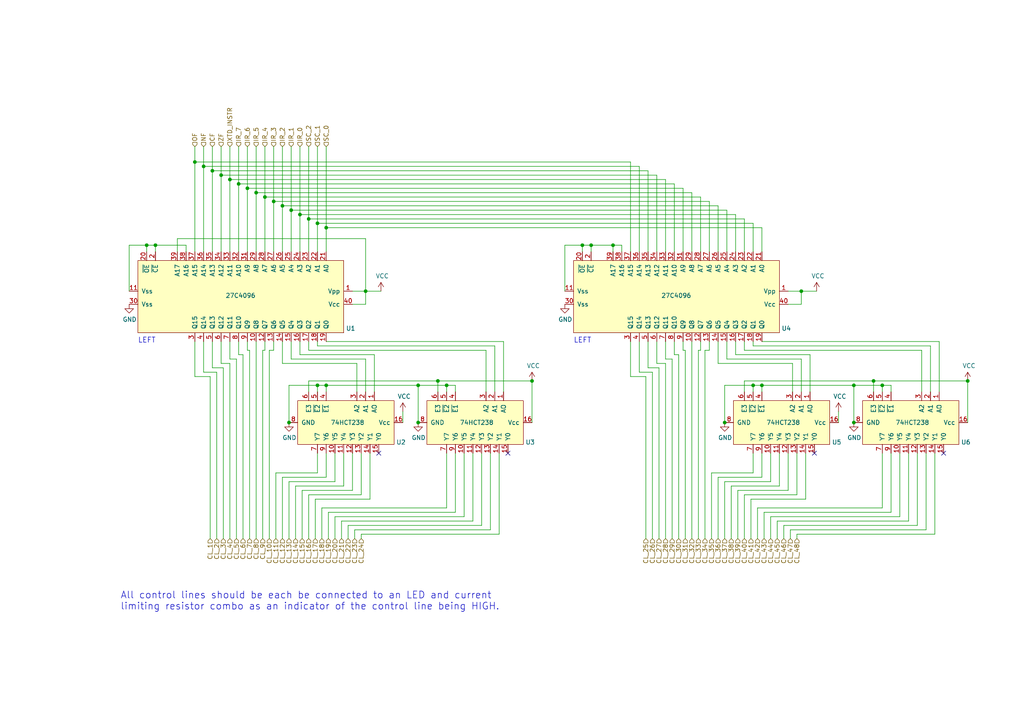
<source format=kicad_sch>
(kicad_sch (version 20211123) (generator eeschema)
  (paper "A4")
  (title_block (title "Control Logic"))
  (lib_symbols
    (symbol "common-symbols:27C4096" (pin_names (offset 1.016))
      (property "Reference" "U" (at 10.795 -10.16 0))
      (property "Value" "27C4096" (at 10.795 -7.62 0))
      (symbol "27C4096_0_0"
        (pin power_in line (at 8.89 2.54 270) (length 2.54) (name "Vpp") (number "1"))
        (pin output line (at 23.495 -25.4 180) (length 2.54) (name "Q8") (number "10"))
        (pin power_in line (at 8.89 -62.23 90) (length 2.54) (name "Vss") (number "11"))
        (pin output line (at 23.495 -22.86 180) (length 2.54) (name "Q7") (number "12"))
        (pin output line (at 23.495 -20.32 180) (length 2.54) (name "Q6") (number "13"))
        (pin output line (at 23.495 -17.78 180) (length 2.54) (name "Q5") (number "14"))
        (pin output line (at 23.495 -15.24 180) (length 2.54) (name "Q4") (number "15"))
        (pin output line (at 23.495 -12.7 180) (length 2.54) (name "Q3") (number "16"))
        (pin output line (at 23.495 -10.16 180) (length 2.54) (name "Q2") (number "17"))
        (pin output line (at 23.495 -7.62 180) (length 2.54) (name "Q1") (number "18"))
        (pin output line (at 23.495 -5.08 180) (length 2.54) (name "Q0") (number "19"))
        (pin input line (at -2.54 -54.61 0) (length 2.54) (name "~{CE}") (number "2"))
        (pin input line (at -2.54 -57.15 0) (length 2.54) (name "~{OE}") (number "20"))
        (pin input line (at -2.54 -5.08 0) (length 2.54) (name "A0") (number "21"))
        (pin input line (at -2.54 -7.62 0) (length 2.54) (name "A1") (number "22"))
        (pin input line (at -2.54 -10.16 0) (length 2.54) (name "A2") (number "23"))
        (pin input line (at -2.54 -12.7 0) (length 2.54) (name "A3") (number "24"))
        (pin input line (at -2.54 -15.24 0) (length 2.54) (name "A4") (number "25"))
        (pin input line (at -2.54 -17.78 0) (length 2.54) (name "A5") (number "26"))
        (pin input line (at -2.54 -20.32 0) (length 2.54) (name "A6") (number "27"))
        (pin input line (at -2.54 -22.86 0) (length 2.54) (name "A7") (number "28"))
        (pin input line (at -2.54 -25.4 0) (length 2.54) (name "A8") (number "29"))
        (pin output line (at 23.495 -43.18 180) (length 2.54) (name "Q15") (number "3"))
        (pin power_in line (at 12.7 -62.23 90) (length 2.54) (name "Vss") (number "30"))
        (pin input line (at -2.54 -27.94 0) (length 2.54) (name "A9") (number "31"))
        (pin input line (at -2.54 -30.48 0) (length 2.54) (name "A10") (number "32"))
        (pin input line (at -2.54 -33.02 0) (length 2.54) (name "A11") (number "33"))
        (pin input line (at -2.54 -35.56 0) (length 2.54) (name "A12") (number "34"))
        (pin input line (at -2.54 -38.1 0) (length 2.54) (name "A13") (number "35"))
        (pin input line (at -2.54 -40.64 0) (length 2.54) (name "A14") (number "36"))
        (pin input line (at -2.54 -43.18 0) (length 2.54) (name "A15") (number "37"))
        (pin input line (at -2.54 -45.72 0) (length 2.54) (name "A16") (number "38"))
        (pin input line (at -2.54 -48.26 0) (length 2.54) (name "A17") (number "39"))
        (pin output line (at 23.495 -40.64 180) (length 2.54) (name "Q14") (number "4"))
        (pin power_in line (at 12.7 2.54 270) (length 2.54) (name "Vcc") (number "40"))
        (pin output line (at 23.495 -38.1 180) (length 2.54) (name "Q13") (number "5"))
        (pin output line (at 23.495 -35.56 180) (length 2.54) (name "Q12") (number "6"))
        (pin output line (at 23.495 -33.02 180) (length 2.54) (name "Q11") (number "7"))
        (pin output line (at 23.495 -30.48 180) (length 2.54) (name "Q10") (number "8"))
        (pin output line (at 23.495 -27.94 180) (length 2.54) (name "Q9") (number "9"))
      )
      (symbol "27C4096_0_1"
        (rectangle (start 0 0) (end 20.955 -59.69) (fill (type background)))
      )
    )
    (symbol "common-symbols:74HCT238" (pin_names (offset 1.016))
      (property "Reference" "U" (at 15.875 31.115 0))
      (property "Value" "74HCT238" (at 0 0 90))
      (symbol "74HCT238_0_0"
        (pin input line (at -8.89 7.62 0) (length 2.54) (name "AO") (number "1"))
        (pin output line (at 8.89 -3.81 180) (length 2.54) (name "Y5") (number "10"))
        (pin output line (at 8.89 -1.27 180) (length 2.54) (name "Y4") (number "11"))
        (pin output line (at 8.89 1.27 180) (length 2.54) (name "Y3") (number "12"))
        (pin output line (at 8.89 3.81 180) (length 2.54) (name "Y2") (number "13"))
        (pin output line (at 8.89 6.35 180) (length 2.54) (name "Y1") (number "14"))
        (pin output line (at 8.89 8.89 180) (length 2.54) (name "Y0") (number "15"))
        (pin power_in line (at 0 15.875 270) (length 2.54) (name "Vcc") (number "16"))
        (pin input line (at -8.89 5.08 0) (length 2.54) (name "A1") (number "2"))
        (pin input line (at -8.89 2.54 0) (length 2.54) (name "A2") (number "3"))
        (pin input line (at -8.89 -6.35 0) (length 2.54) (name "~{E1}") (number "4"))
        (pin input line (at -8.89 -8.89 0) (length 2.54) (name "~{E2}") (number "5"))
        (pin input line (at -8.89 -11.43 0) (length 2.54) (name "E3") (number "6"))
        (pin output line (at 8.89 -8.89 180) (length 2.54) (name "Y7") (number "7"))
        (pin power_in line (at 0 -17.145 90) (length 2.54) (name "GND") (number "8"))
        (pin output line (at 8.89 -6.35 180) (length 2.54) (name "Y6") (number "9"))
      )
      (symbol "74HCT238_0_1"
        (rectangle (start 6.35 -14.605) (end -6.35 13.335) (fill (type background)))
      )
    )
    (symbol "power:GND" (power) (pin_names (offset 0))
      (property "Value" "GND" (at 0 -3.81 0))
      (symbol "GND_0_1"
        (polyline (pts (xy 0 0) (xy 0 -1.27) (xy 1.27 -1.27) (xy 0 -2.54) (xy -1.27 -1.27) (xy 0 -1.27)))
      )
      (symbol "GND_1_1"
        (pin power_in line (at 0 0 270) (length 0) hide (name "GND") (number "1"))
      )
    )
    (symbol "power:VCC" (power) (pin_names (offset 0))
      (property "Value" "VCC" (at 0 3.81 0))
      (symbol "VCC_0_1"
        (polyline (pts (xy -0.762 1.27) (xy 0 2.54)))
        (polyline (pts (xy 0 0) (xy 0 2.54)))
        (polyline (pts (xy 0 2.54) (xy 0.762 1.27)))
      )
      (symbol "VCC_1_1"
        (pin power_in line (at 0 0 90) (length 0) hide (name "VCC") (number "1"))
      )
    )
  )
  (junction (at 84.455 60.96))
  (junction (at 255.905 111.76))
  (junction (at 86.995 62.23))
  (junction (at 129.54 111.76))
  (junction (at 92.075 111.76))
  (junction (at 42.545 71.12))
  (junction (at 83.82 122.555))
  (junction (at 210.185 122.555))
  (junction (at 121.285 122.555))
  (junction (at 64.135 50.8))
  (junction (at 92.075 64.77))
  (junction (at 154.305 110.49))
  (junction (at 94.615 111.76))
  (junction (at 76.835 57.15))
  (junction (at 253.365 110.49))
  (junction (at 89.535 63.5))
  (junction (at 247.65 111.76))
  (junction (at 121.285 111.76))
  (junction (at 74.295 55.88))
  (junction (at 66.675 52.07))
  (junction (at 168.91 71.12))
  (junction (at 232.41 84.455))
  (junction (at 177.8 71.12))
  (junction (at 220.98 111.76))
  (junction (at 61.595 49.53))
  (junction (at 56.515 46.99))
  (junction (at 71.755 54.61))
  (junction (at 59.055 48.26))
  (junction (at 127 110.49))
  (junction (at 171.45 71.12))
  (junction (at 45.085 71.12))
  (junction (at 79.375 58.42))
  (junction (at 280.67 110.49))
  (junction (at 106.045 84.455))
  (junction (at 69.215 53.34))
  (junction (at 81.915 59.69))
  (junction (at 94.615 66.04))
  (junction (at 218.44 111.76))
  (junction (at 247.65 122.555))
  (no_connect (at 273.685 131.445))
  (no_connect (at 109.855 131.445))
  (no_connect (at 236.22 131.445))
  (no_connect (at 147.32 131.445))
  (wire (pts (xy 127 113.665) (xy 127 110.49)))
  (wire (pts (xy 203.2 99.06) (xy 203.2 101.6)))
  (wire (pts (xy 85.725 140.97) (xy 85.725 156.21)))
  (wire (pts (xy 68.58 104.14) (xy 68.58 156.21)))
  (wire (pts (xy 187.325 109.22) (xy 187.325 156.21)))
  (wire (pts (xy 180.34 71.12) (xy 180.34 73.025)))
  (wire (pts (xy 258.445 131.445) (xy 258.445 148.59)))
  (wire (pts (xy 204.47 101.6) (xy 204.47 156.21)))
  (wire (pts (xy 94.615 42.545) (xy 94.615 66.04)))
  (wire (pts (xy 129.54 113.665) (xy 129.54 111.76)))
  (wire (pts (xy 79.375 73.025) (xy 79.375 58.42)))
  (wire (pts (xy 190.5 73.025) (xy 190.5 50.8)))
  (wire (pts (xy 84.455 42.545) (xy 84.455 60.96)))
  (wire (pts (xy 94.615 111.76) (xy 92.075 111.76)))
  (wire (pts (xy 220.98 131.445) (xy 220.98 138.43)))
  (wire (pts (xy 137.16 131.445) (xy 137.16 151.13)))
  (wire (pts (xy 56.515 99.06) (xy 56.515 109.22)))
  (wire (pts (xy 59.055 107.95) (xy 62.865 107.95)))
  (wire (pts (xy 185.42 99.06) (xy 185.42 107.95)))
  (wire (pts (xy 268.605 131.445) (xy 268.605 153.67)))
  (wire (pts (xy 89.535 101.6) (xy 140.97 101.6)))
  (wire (pts (xy 146.05 99.06) (xy 146.05 113.665)))
  (wire (pts (xy 104.775 131.445) (xy 104.775 143.51)))
  (wire (pts (xy 95.25 148.59) (xy 95.25 156.21)))
  (wire (pts (xy 99.06 151.13) (xy 137.16 151.13)))
  (wire (pts (xy 51.435 69.215) (xy 51.435 73.025)))
  (wire (pts (xy 129.54 131.445) (xy 129.54 147.32)))
  (wire (pts (xy 92.075 111.76) (xy 92.075 113.665)))
  (wire (pts (xy 95.25 148.59) (xy 132.08 148.59)))
  (wire (pts (xy 182.88 99.06) (xy 182.88 109.22)))
  (wire (pts (xy 210.185 111.76) (xy 210.185 122.555)))
  (wire (pts (xy 168.91 71.12) (xy 168.91 73.025)))
  (wire (pts (xy 227.33 152.4) (xy 266.065 152.4)))
  (wire (pts (xy 87.63 142.24) (xy 87.63 156.21)))
  (wire (pts (xy 195.58 99.06) (xy 195.58 102.87)))
  (wire (pts (xy 42.545 71.12) (xy 45.085 71.12)))
  (wire (pts (xy 81.915 73.025) (xy 81.915 59.69)))
  (wire (pts (xy 97.155 149.86) (xy 97.155 156.21)))
  (wire (pts (xy 104.775 154.94) (xy 144.78 154.94)))
  (wire (pts (xy 103.505 105.41) (xy 103.505 113.665)))
  (wire (pts (xy 212.09 140.97) (xy 226.06 140.97)))
  (wire (pts (xy 215.9 73.025) (xy 215.9 63.5)))
  (wire (pts (xy 106.045 69.215) (xy 106.045 84.455)))
  (wire (pts (xy 263.525 131.445) (xy 263.525 151.13)))
  (wire (pts (xy 232.41 84.455) (xy 232.41 88.265)))
  (wire (pts (xy 92.075 42.545) (xy 92.075 64.77)))
  (wire (pts (xy 163.83 71.12) (xy 163.83 84.455)))
  (wire (pts (xy 215.9 143.51) (xy 215.9 156.21)))
  (wire (pts (xy 225.425 151.13) (xy 263.525 151.13)))
  (wire (pts (xy 106.045 84.455) (xy 110.49 84.455)))
  (wire (pts (xy 202.565 101.6) (xy 202.565 156.21)))
  (wire (pts (xy 255.905 113.665) (xy 255.905 111.76)))
  (wire (pts (xy 76.835 99.06) (xy 76.835 101.6)))
  (wire (pts (xy 37.465 71.12) (xy 42.545 71.12)))
  (wire (pts (xy 84.455 99.06) (xy 84.455 104.14)))
  (wire (pts (xy 74.295 73.025) (xy 74.295 55.88)))
  (wire (pts (xy 89.535 110.49) (xy 89.535 113.665)))
  (wire (pts (xy 106.045 84.455) (xy 106.045 88.265)))
  (wire (pts (xy 218.44 100.33) (xy 269.875 100.33)))
  (wire (pts (xy 83.82 139.7) (xy 97.155 139.7)))
  (wire (pts (xy 97.155 131.445) (xy 97.155 139.7)))
  (wire (pts (xy 243.205 122.555) (xy 243.205 119.38)))
  (wire (pts (xy 177.8 73.025) (xy 177.8 71.12)))
  (wire (pts (xy 267.335 101.6) (xy 267.335 113.665)))
  (wire (pts (xy 226.06 131.445) (xy 226.06 140.97)))
  (wire (pts (xy 71.755 99.06) (xy 71.755 101.6)))
  (wire (pts (xy 81.915 138.43) (xy 94.615 138.43)))
  (wire (pts (xy 89.535 42.545) (xy 89.535 63.5)))
  (wire (pts (xy 232.41 88.265) (xy 228.6 88.265)))
  (wire (pts (xy 255.905 111.76) (xy 247.65 111.76)))
  (wire (pts (xy 225.425 151.13) (xy 225.425 156.21)))
  (wire (pts (xy 64.135 99.06) (xy 64.135 105.41)))
  (wire (pts (xy 208.28 138.43) (xy 220.98 138.43)))
  (wire (pts (xy 215.9 110.49) (xy 215.9 113.665)))
  (wire (pts (xy 203.2 57.15) (xy 76.835 57.15)))
  (wire (pts (xy 132.08 131.445) (xy 132.08 148.59)))
  (wire (pts (xy 106.045 104.14) (xy 106.045 113.665)))
  (wire (pts (xy 218.44 64.77) (xy 92.075 64.77)))
  (wire (pts (xy 177.8 71.12) (xy 180.34 71.12)))
  (wire (pts (xy 89.535 143.51) (xy 89.535 156.21)))
  (wire (pts (xy 84.455 104.14) (xy 106.045 104.14)))
  (wire (pts (xy 193.04 73.025) (xy 193.04 52.07)))
  (wire (pts (xy 234.95 102.87) (xy 234.95 113.665)))
  (wire (pts (xy 83.82 139.7) (xy 83.82 156.21)))
  (wire (pts (xy 81.915 42.545) (xy 81.915 59.69)))
  (wire (pts (xy 253.365 113.665) (xy 253.365 110.49)))
  (wire (pts (xy 255.905 131.445) (xy 255.905 147.32)))
  (wire (pts (xy 139.7 131.445) (xy 139.7 152.4)))
  (wire (pts (xy 190.5 99.06) (xy 190.5 105.41)))
  (wire (pts (xy 62.865 107.95) (xy 62.865 156.21)))
  (wire (pts (xy 76.835 42.545) (xy 76.835 57.15)))
  (wire (pts (xy 220.98 111.76) (xy 218.44 111.76)))
  (wire (pts (xy 200.66 55.88) (xy 74.295 55.88)))
  (wire (pts (xy 97.155 149.86) (xy 134.62 149.86)))
  (wire (pts (xy 231.14 131.445) (xy 231.14 143.51)))
  (wire (pts (xy 203.2 73.025) (xy 203.2 57.15)))
  (wire (pts (xy 208.28 105.41) (xy 229.87 105.41)))
  (wire (pts (xy 195.58 102.87) (xy 196.85 102.87)))
  (wire (pts (xy 171.45 71.12) (xy 177.8 71.12)))
  (wire (pts (xy 66.675 99.06) (xy 66.675 104.14)))
  (wire (pts (xy 81.915 138.43) (xy 81.915 156.21)))
  (wire (pts (xy 253.365 110.49) (xy 215.9 110.49)))
  (wire (pts (xy 195.58 53.34) (xy 69.215 53.34)))
  (wire (pts (xy 78.105 101.6) (xy 78.105 156.21)))
  (wire (pts (xy 100.965 152.4) (xy 100.965 156.21)))
  (wire (pts (xy 81.915 105.41) (xy 103.505 105.41)))
  (wire (pts (xy 210.82 104.14) (xy 232.41 104.14)))
  (wire (pts (xy 229.235 153.67) (xy 229.235 156.21)))
  (wire (pts (xy 171.45 71.12) (xy 171.45 73.025)))
  (wire (pts (xy 56.515 46.99) (xy 56.515 73.025)))
  (wire (pts (xy 144.78 131.445) (xy 144.78 154.94)))
  (wire (pts (xy 108.585 102.87) (xy 108.585 113.665)))
  (wire (pts (xy 218.44 99.06) (xy 218.44 100.33)))
  (wire (pts (xy 60.96 109.22) (xy 60.96 156.21)))
  (wire (pts (xy 215.9 143.51) (xy 231.14 143.51)))
  (wire (pts (xy 221.615 148.59) (xy 258.445 148.59)))
  (wire (pts (xy 253.365 110.49) (xy 280.67 110.49)))
  (wire (pts (xy 45.085 71.12) (xy 53.975 71.12)))
  (wire (pts (xy 210.185 139.7) (xy 223.52 139.7)))
  (wire (pts (xy 219.71 147.32) (xy 219.71 156.21)))
  (wire (pts (xy 71.755 54.61) (xy 71.755 73.025)))
  (wire (pts (xy 64.135 105.41) (xy 66.675 105.41)))
  (wire (pts (xy 69.215 102.87) (xy 70.485 102.87)))
  (wire (pts (xy 215.9 63.5) (xy 89.535 63.5)))
  (wire (pts (xy 121.285 111.76) (xy 94.615 111.76)))
  (wire (pts (xy 219.71 147.32) (xy 255.905 147.32)))
  (wire (pts (xy 81.915 99.06) (xy 81.915 105.41)))
  (wire (pts (xy 69.215 99.06) (xy 69.215 102.87)))
  (wire (pts (xy 91.44 144.78) (xy 91.44 156.21)))
  (wire (pts (xy 205.74 58.42) (xy 79.375 58.42)))
  (wire (pts (xy 89.535 99.06) (xy 89.535 101.6)))
  (wire (pts (xy 212.09 140.97) (xy 212.09 156.21)))
  (wire (pts (xy 79.375 99.06) (xy 79.375 101.6)))
  (wire (pts (xy 187.96 49.53) (xy 61.595 49.53)))
  (wire (pts (xy 132.08 111.76) (xy 132.08 113.665)))
  (wire (pts (xy 220.98 99.06) (xy 272.415 99.06)))
  (wire (pts (xy 223.52 149.86) (xy 223.52 156.21)))
  (wire (pts (xy 210.82 99.06) (xy 210.82 104.14)))
  (wire (pts (xy 92.075 137.16) (xy 92.075 131.445)))
  (wire (pts (xy 84.455 73.025) (xy 84.455 60.96)))
  (wire (pts (xy 200.66 73.025) (xy 200.66 55.88)))
  (wire (pts (xy 203.2 101.6) (xy 202.565 101.6)))
  (wire (pts (xy 89.535 143.51) (xy 104.775 143.51)))
  (wire (pts (xy 205.74 99.06) (xy 205.74 101.6)))
  (wire (pts (xy 61.595 106.68) (xy 64.77 106.68)))
  (wire (pts (xy 76.2 101.6) (xy 76.2 156.21)))
  (wire (pts (xy 94.615 73.025) (xy 94.615 66.04)))
  (wire (pts (xy 66.675 104.14) (xy 68.58 104.14)))
  (wire (pts (xy 87.63 142.24) (xy 102.235 142.24)))
  (wire (pts (xy 76.835 101.6) (xy 76.2 101.6)))
  (wire (pts (xy 80.01 137.16) (xy 92.075 137.16)))
  (wire (pts (xy 86.995 99.06) (xy 86.995 102.87)))
  (wire (pts (xy 213.36 73.025) (xy 213.36 62.23)))
  (wire (pts (xy 61.595 99.06) (xy 61.595 106.68)))
  (wire (pts (xy 71.755 101.6) (xy 72.39 101.6)))
  (wire (pts (xy 92.075 100.33) (xy 143.51 100.33)))
  (wire (pts (xy 86.995 102.87) (xy 108.585 102.87)))
  (wire (pts (xy 208.28 73.025) (xy 208.28 59.69)))
  (wire (pts (xy 127 110.49) (xy 89.535 110.49)))
  (wire (pts (xy 193.04 104.14) (xy 194.945 104.14)))
  (wire (pts (xy 269.875 100.33) (xy 269.875 113.665)))
  (wire (pts (xy 79.375 101.6) (xy 78.105 101.6)))
  (wire (pts (xy 271.145 131.445) (xy 271.145 154.94)))
  (wire (pts (xy 213.995 142.24) (xy 213.995 156.21)))
  (wire (pts (xy 127 110.49) (xy 154.305 110.49)))
  (wire (pts (xy 200.66 99.06) (xy 200.66 156.21)))
  (wire (pts (xy 37.465 71.12) (xy 37.465 84.455)))
  (wire (pts (xy 94.615 111.76) (xy 94.615 113.665)))
  (wire (pts (xy 223.52 131.445) (xy 223.52 139.7)))
  (wire (pts (xy 258.445 111.76) (xy 258.445 113.665)))
  (wire (pts (xy 195.58 73.025) (xy 195.58 53.34)))
  (wire (pts (xy 218.44 111.76) (xy 218.44 113.665)))
  (wire (pts (xy 56.515 109.22) (xy 60.96 109.22)))
  (wire (pts (xy 80.01 137.16) (xy 80.01 156.21)))
  (wire (pts (xy 231.14 154.94) (xy 231.14 156.21)))
  (wire (pts (xy 64.135 73.025) (xy 64.135 50.8)))
  (wire (pts (xy 66.675 42.545) (xy 66.675 52.07)))
  (wire (pts (xy 91.44 144.78) (xy 107.315 144.78)))
  (wire (pts (xy 66.675 105.41) (xy 66.675 156.21)))
  (wire (pts (xy 70.485 102.87) (xy 70.485 156.21)))
  (wire (pts (xy 182.88 46.99) (xy 182.88 73.025)))
  (wire (pts (xy 102.87 153.67) (xy 142.24 153.67)))
  (wire (pts (xy 232.41 104.14) (xy 232.41 113.665)))
  (wire (pts (xy 92.075 73.025) (xy 92.075 64.77)))
  (wire (pts (xy 221.615 148.59) (xy 221.615 156.21)))
  (wire (pts (xy 185.42 48.26) (xy 59.055 48.26)))
  (wire (pts (xy 232.41 84.455) (xy 236.855 84.455)))
  (wire (pts (xy 51.435 69.215) (xy 106.045 69.215)))
  (wire (pts (xy 233.68 131.445) (xy 233.68 144.78)))
  (wire (pts (xy 185.42 107.95) (xy 189.23 107.95)))
  (wire (pts (xy 193.04 105.41) (xy 193.04 156.21)))
  (wire (pts (xy 93.345 147.32) (xy 129.54 147.32)))
  (wire (pts (xy 220.98 66.04) (xy 94.615 66.04)))
  (wire (pts (xy 213.36 99.06) (xy 213.36 102.87)))
  (wire (pts (xy 93.345 147.32) (xy 93.345 156.21)))
  (wire (pts (xy 208.28 59.69) (xy 81.915 59.69)))
  (wire (pts (xy 89.535 73.025) (xy 89.535 63.5)))
  (wire (pts (xy 210.82 60.96) (xy 84.455 60.96)))
  (wire (pts (xy 66.675 73.025) (xy 66.675 52.07)))
  (wire (pts (xy 190.5 50.8) (xy 64.135 50.8)))
  (wire (pts (xy 217.805 144.78) (xy 217.805 156.21)))
  (wire (pts (xy 56.515 42.545) (xy 56.515 46.99)))
  (wire (pts (xy 83.82 111.76) (xy 83.82 122.555)))
  (wire (pts (xy 99.06 151.13) (xy 99.06 156.21)))
  (wire (pts (xy 231.14 154.94) (xy 271.145 154.94)))
  (wire (pts (xy 215.9 101.6) (xy 267.335 101.6)))
  (wire (pts (xy 194.945 104.14) (xy 194.945 156.21)))
  (wire (pts (xy 69.215 42.545) (xy 69.215 53.34)))
  (wire (pts (xy 74.295 42.545) (xy 74.295 55.88)))
  (wire (pts (xy 218.44 111.76) (xy 210.185 111.76)))
  (wire (pts (xy 208.28 99.06) (xy 208.28 105.41)))
  (wire (pts (xy 106.045 88.265) (xy 102.235 88.265)))
  (wire (pts (xy 217.805 144.78) (xy 233.68 144.78)))
  (wire (pts (xy 198.755 101.6) (xy 198.755 156.21)))
  (wire (pts (xy 218.44 73.025) (xy 218.44 64.77)))
  (wire (pts (xy 104.775 154.94) (xy 104.775 156.21)))
  (wire (pts (xy 79.375 42.545) (xy 79.375 58.42)))
  (wire (pts (xy 102.235 84.455) (xy 106.045 84.455)))
  (wire (pts (xy 59.055 42.545) (xy 59.055 48.26)))
  (wire (pts (xy 210.82 73.025) (xy 210.82 60.96)))
  (wire (pts (xy 205.74 73.025) (xy 205.74 58.42)))
  (wire (pts (xy 102.87 153.67) (xy 102.87 156.21)))
  (wire (pts (xy 228.6 84.455) (xy 232.41 84.455)))
  (wire (pts (xy 190.5 105.41) (xy 193.04 105.41)))
  (wire (pts (xy 154.305 110.49) (xy 154.305 122.555)))
  (wire (pts (xy 107.315 131.445) (xy 107.315 144.78)))
  (wire (pts (xy 56.515 46.99) (xy 182.88 46.99)))
  (wire (pts (xy 220.98 73.025) (xy 220.98 66.04)))
  (wire (pts (xy 168.91 71.12) (xy 171.45 71.12)))
  (wire (pts (xy 94.615 99.06) (xy 146.05 99.06)))
  (wire (pts (xy 64.77 106.68) (xy 64.77 156.21)))
  (wire (pts (xy 187.96 106.68) (xy 191.135 106.68)))
  (wire (pts (xy 92.075 111.76) (xy 83.82 111.76)))
  (wire (pts (xy 72.39 101.6) (xy 72.39 156.21)))
  (wire (pts (xy 206.375 137.16) (xy 206.375 156.21)))
  (wire (pts (xy 140.97 101.6) (xy 140.97 113.665)))
  (wire (pts (xy 86.995 42.545) (xy 86.995 62.23)))
  (wire (pts (xy 99.695 131.445) (xy 99.695 140.97)))
  (wire (pts (xy 198.12 54.61) (xy 71.755 54.61)))
  (wire (pts (xy 129.54 111.76) (xy 132.08 111.76)))
  (wire (pts (xy 76.835 73.025) (xy 76.835 57.15)))
  (wire (pts (xy 61.595 73.025) (xy 61.595 49.53)))
  (wire (pts (xy 45.085 71.12) (xy 45.085 73.025)))
  (wire (pts (xy 74.295 99.06) (xy 74.295 156.21)))
  (wire (pts (xy 213.36 102.87) (xy 234.95 102.87)))
  (wire (pts (xy 213.36 62.23) (xy 86.995 62.23)))
  (wire (pts (xy 185.42 73.025) (xy 185.42 48.26)))
  (wire (pts (xy 53.975 71.12) (xy 53.975 73.025)))
  (wire (pts (xy 208.28 138.43) (xy 208.28 156.21)))
  (wire (pts (xy 229.87 105.41) (xy 229.87 113.665)))
  (wire (pts (xy 272.415 99.06) (xy 272.415 113.665)))
  (wire (pts (xy 196.85 102.87) (xy 196.85 156.21)))
  (wire (pts (xy 191.135 106.68) (xy 191.135 156.21)))
  (wire (pts (xy 210.185 139.7) (xy 210.185 156.21)))
  (wire (pts (xy 229.235 153.67) (xy 268.605 153.67)))
  (wire (pts (xy 228.6 131.445) (xy 228.6 142.24)))
  (wire (pts (xy 198.12 99.06) (xy 198.12 101.6)))
  (wire (pts (xy 85.725 140.97) (xy 99.695 140.97)))
  (wire (pts (xy 187.96 73.025) (xy 187.96 49.53)))
  (wire (pts (xy 247.65 122.555) (xy 247.65 111.76)))
  (wire (pts (xy 129.54 111.76) (xy 121.285 111.76)))
  (wire (pts (xy 182.88 109.22) (xy 187.325 109.22)))
  (wire (pts (xy 218.44 137.16) (xy 218.44 131.445)))
  (wire (pts (xy 100.965 152.4) (xy 139.7 152.4)))
  (wire (pts (xy 163.83 71.12) (xy 168.91 71.12)))
  (wire (pts (xy 266.065 131.445) (xy 266.065 152.4)))
  (wire (pts (xy 198.12 54.61) (xy 198.12 73.025)))
  (wire (pts (xy 187.96 99.06) (xy 187.96 106.68)))
  (wire (pts (xy 94.615 131.445) (xy 94.615 138.43)))
  (wire (pts (xy 134.62 131.445) (xy 134.62 149.86)))
  (wire (pts (xy 255.905 111.76) (xy 258.445 111.76)))
  (wire (pts (xy 86.995 73.025) (xy 86.995 62.23)))
  (wire (pts (xy 260.985 131.445) (xy 260.985 149.86)))
  (wire (pts (xy 220.98 111.76) (xy 220.98 113.665)))
  (wire (pts (xy 69.215 73.025) (xy 69.215 53.34)))
  (wire (pts (xy 59.055 99.06) (xy 59.055 107.95)))
  (wire (pts (xy 223.52 149.86) (xy 260.985 149.86)))
  (wire (pts (xy 213.995 142.24) (xy 228.6 142.24)))
  (wire (pts (xy 71.755 42.545) (xy 71.755 54.61)))
  (wire (pts (xy 215.9 99.06) (xy 215.9 101.6)))
  (wire (pts (xy 64.135 42.545) (xy 64.135 50.8)))
  (wire (pts (xy 116.84 122.555) (xy 116.84 119.38)))
  (wire (pts (xy 143.51 100.33) (xy 143.51 113.665)))
  (wire (pts (xy 247.65 111.76) (xy 220.98 111.76)))
  (wire (pts (xy 227.33 152.4) (xy 227.33 156.21)))
  (wire (pts (xy 142.24 131.445) (xy 142.24 153.67)))
  (wire (pts (xy 198.12 101.6) (xy 198.755 101.6)))
  (wire (pts (xy 121.285 122.555) (xy 121.285 111.76)))
  (wire (pts (xy 102.235 131.445) (xy 102.235 142.24)))
  (wire (pts (xy 206.375 137.16) (xy 218.44 137.16)))
  (wire (pts (xy 193.04 52.07) (xy 66.675 52.07)))
  (wire (pts (xy 189.23 107.95) (xy 189.23 156.21)))
  (wire (pts (xy 61.595 42.545) (xy 61.595 49.53)))
  (wire (pts (xy 280.67 110.49) (xy 280.67 122.555)))
  (wire (pts (xy 92.075 99.06) (xy 92.075 100.33)))
  (wire (pts (xy 193.04 99.06) (xy 193.04 104.14)))
  (wire (pts (xy 42.545 71.12) (xy 42.545 73.025)))
  (wire (pts (xy 205.74 101.6) (xy 204.47 101.6)))
  (wire (pts (xy 59.055 73.025) (xy 59.055 48.26)))
  (text "All control lines should be each be connected to an LED and current\nlimiting resistor combo as an indicator of the control line being HIGH." (at 34.925 177.165 0) (effects (font (size 2.0066 2.0066)) (justify left bottom)))
  (text "LEFT" (at 40.005 99.695 0) (effects (font (size 1.4986 1.4986)) (justify left bottom)))
  (text "LEFT" (at 166.37 99.695 0) (effects (font (size 1.4986 1.4986)) (justify left bottom)))
  (hierarchical_label "IR_5" (shape input) (at 74.295 42.545 90))
  (hierarchical_label "XTD_INSTR" (shape input) (at 66.675 42.545 90))
  (hierarchical_label "CL_4" (shape input) (at 66.675 156.21 270))
  (hierarchical_label "CL_13" (shape input) (at 83.82 156.21 270))
  (hierarchical_label "CF" (shape input) (at 61.595 42.545 90))
  (hierarchical_label "CL_44" (shape input) (at 223.52 156.21 270))
  (hierarchical_label "IR_7" (shape input) (at 69.215 42.545 90))
  (hierarchical_label "CL_33" (shape input) (at 202.565 156.21 270))
  (hierarchical_label "CL_15" (shape input) (at 87.63 156.21 270))
  (hierarchical_label "CL_12" (shape input) (at 81.915 156.21 270))
  (hierarchical_label "CL_37" (shape input) (at 210.185 156.21 270))
  (hierarchical_label "CL_36" (shape input) (at 208.28 156.21 270))
  (hierarchical_label "CL_39" (shape input) (at 213.995 156.21 270))
  (hierarchical_label "CL_24" (shape input) (at 104.775 156.21 270))
  (hierarchical_label "CL_3" (shape input) (at 64.77 156.21 270))
  (hierarchical_label "CL_6" (shape input) (at 70.485 156.21 270))
  (hierarchical_label "CL_25" (shape input) (at 187.325 156.21 270))
  (hierarchical_label "SC_1" (shape input) (at 92.075 42.545 90))
  (hierarchical_label "CL_28" (shape input) (at 193.04 156.21 270))
  (hierarchical_label "CL_43" (shape input) (at 221.615 156.21 270))
  (hierarchical_label "CL_38" (shape input) (at 212.09 156.21 270))
  (hierarchical_label "CL_27" (shape input) (at 191.135 156.21 270))
  (hierarchical_label "CL_21" (shape input) (at 99.06 156.21 270))
  (hierarchical_label "IR_6" (shape input) (at 71.755 42.545 90))
  (hierarchical_label "CL_26" (shape input) (at 189.23 156.21 270))
  (hierarchical_label "CL_17" (shape input) (at 91.44 156.21 270))
  (hierarchical_label "CL_9" (shape input) (at 76.2 156.21 270))
  (hierarchical_label "SC_2" (shape input) (at 89.535 42.545 90))
  (hierarchical_label "CL_40" (shape input) (at 215.9 156.21 270))
  (hierarchical_label "SC_0" (shape input) (at 94.615 42.545 90))
  (hierarchical_label "CL_30" (shape input) (at 196.85 156.21 270))
  (hierarchical_label "CL_46" (shape input) (at 227.33 156.21 270))
  (hierarchical_label "CL_41" (shape input) (at 217.805 156.21 270))
  (hierarchical_label "IR_1" (shape input) (at 84.455 42.545 90))
  (hierarchical_label "CL_5" (shape input) (at 68.58 156.21 270))
  (hierarchical_label "CL_34" (shape input) (at 204.47 156.21 270))
  (hierarchical_label "CL_10" (shape input) (at 78.105 156.21 270))
  (hierarchical_label "CL_1" (shape input) (at 60.96 156.21 270))
  (hierarchical_label "IR_2" (shape input) (at 81.915 42.545 90))
  (hierarchical_label "CL_29" (shape input) (at 194.945 156.21 270))
  (hierarchical_label "CL_35" (shape input) (at 206.375 156.21 270))
  (hierarchical_label "CL_19" (shape input) (at 95.25 156.21 270))
  (hierarchical_label "CL_14" (shape input) (at 85.725 156.21 270))
  (hierarchical_label "CL_48" (shape input) (at 231.14 156.21 270))
  (hierarchical_label "IR_4" (shape input) (at 76.835 42.545 90))
  (hierarchical_label "CL_45" (shape input) (at 225.425 156.21 270))
  (hierarchical_label "CL_47" (shape input) (at 229.235 156.21 270))
  (hierarchical_label "CL_42" (shape input) (at 219.71 156.21 270))
  (hierarchical_label "ZF" (shape input) (at 64.135 42.545 90))
  (hierarchical_label "CL_2" (shape input) (at 62.865 156.21 270))
  (hierarchical_label "IR_0" (shape input) (at 86.995 42.545 90))
  (hierarchical_label "CL_8" (shape input) (at 74.295 156.21 270))
  (hierarchical_label "CL_16" (shape input) (at 89.535 156.21 270))
  (hierarchical_label "CL_22" (shape input) (at 100.965 156.21 270))
  (hierarchical_label "CL_32" (shape input) (at 200.66 156.21 270))
  (hierarchical_label "IR_3" (shape input) (at 79.375 42.545 90))
  (hierarchical_label "CL_31" (shape input) (at 198.755 156.21 270))
  (hierarchical_label "CL_11" (shape input) (at 80.01 156.21 270))
  (hierarchical_label "NF" (shape input) (at 59.055 42.545 90))
  (hierarchical_label "CL_18" (shape input) (at 93.345 156.21 270))
  (hierarchical_label "CL_23" (shape input) (at 102.87 156.21 270))
  (hierarchical_label "OF" (shape input) (at 56.515 42.545 90))
  (hierarchical_label "CL_20" (shape input) (at 97.155 156.21 270))
  (hierarchical_label "CL_7" (shape input) (at 72.39 156.21 270))
  (symbol (lib_id "common-symbols:74HCT238") (at 100.965 122.555 270) (unit 1)
    (property "Reference" "U2" (at 114.935 128.27 90) (effects (justify left)))
    (property "Value" "74HCT238" (at 95.885 122.555 90) (effects (justify left)))
  )
  (symbol (lib_id "common-symbols:74HCT238") (at 138.43 122.555 270) (unit 1)
    (property "Reference" "U3" (at 152.4 128.27 90) (effects (justify left)))
    (property "Value" "74HCT238" (at 133.35 122.555 90) (effects (justify left)))
  )
  (symbol (lib_id "common-symbols:27C4096") (at 99.695 75.565 270) (unit 1)
    (property "Reference" "U1" (at 100.33 95.25 90) (effects (justify left)))
    (property "Value" "27C4096" (at 65.405 85.725 90) (effects (justify left)))
  )
  (symbol (lib_id "power:GND") (at 37.465 88.265 0) (unit 1)
    (property "Reference" "#PWR01" (effects hide))
    (property "Value" "GND" (at 37.592 92.6592 0))
  )
  (symbol (lib_id "power:GND") (at 121.285 122.555 0) (unit 1)
    (property "Reference" "#PWR05" (effects hide))
    (property "Value" "GND" (at 121.412 126.9492 0))
  )
  (symbol (lib_id "power:VCC") (at 116.84 119.38 0) (unit 1)
    (property "Reference" "#PWR04" (effects hide))
    (property "Value" "VCC" (at 117.221 114.9858 0))
  )
  (symbol (lib_id "power:VCC") (at 154.305 110.49 0) (unit 1)
    (property "Reference" "#PWR06" (effects hide))
    (property "Value" "VCC" (at 154.686 106.0958 0))
  )
  (symbol (lib_id "power:GND") (at 83.82 122.555 0) (unit 1)
    (property "Reference" "#PWR02" (effects hide))
    (property "Value" "GND" (at 83.947 126.9492 0))
  )
  (symbol (lib_id "power:VCC") (at 110.49 84.455 0) (unit 1)
    (property "Reference" "#PWR03" (effects hide))
    (property "Value" "VCC" (at 110.871 80.0608 0))
  )
  (symbol (lib_id "common-symbols:74HCT238") (at 264.795 122.555 270) (unit 1)
    (property "Reference" "U6" (at 278.765 128.27 90) (effects (justify left)))
    (property "Value" "74HCT238" (at 259.715 122.555 90) (effects (justify left)))
  )
  (symbol (lib_id "common-symbols:74HCT238") (at 227.33 122.555 270) (unit 1)
    (property "Reference" "U5" (at 241.3 128.27 90) (effects (justify left)))
    (property "Value" "74HCT238" (at 222.25 122.555 90) (effects (justify left)))
  )
  (symbol (lib_id "power:GND") (at 163.83 88.265 0) (unit 1)
    (property "Reference" "#PWR07" (effects hide))
    (property "Value" "GND" (at 163.957 92.6592 0))
  )
  (symbol (lib_id "power:GND") (at 247.65 122.555 0) (unit 1)
    (property "Reference" "#PWR011" (effects hide))
    (property "Value" "GND" (at 247.777 126.9492 0))
  )
  (symbol (lib_id "power:VCC") (at 243.205 119.38 0) (unit 1)
    (property "Reference" "#PWR010" (effects hide))
    (property "Value" "VCC" (at 243.586 114.9858 0))
  )
  (symbol (lib_id "power:VCC") (at 280.67 110.49 0) (unit 1)
    (property "Reference" "#PWR012" (effects hide))
    (property "Value" "VCC" (at 281.051 106.0958 0))
  )
  (symbol (lib_id "power:VCC") (at 236.855 84.455 0) (unit 1)
    (property "Reference" "#PWR09" (effects hide))
    (property "Value" "VCC" (at 237.236 80.0608 0))
  )
  (symbol (lib_id "common-symbols:27C4096") (at 226.06 75.565 270) (unit 1)
    (property "Reference" "U4" (at 226.695 95.25 90) (effects (justify left)))
    (property "Value" "27C4096" (at 191.77 85.725 90) (effects (justify left)))
  )
  (symbol (lib_id "power:GND") (at 210.185 122.555 0) (unit 1)
    (property "Reference" "#PWR08" (effects hide))
    (property "Value" "GND" (at 210.312 126.9492 0))
  )
)
</source>
